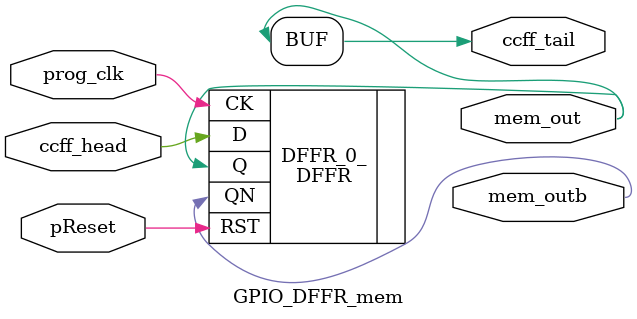
<source format=v>
`default_nettype none

module mux_2level_tapbuf_size4_mem(pReset,
                                   prog_clk,
                                   ccff_head,
                                   ccff_tail,
                                   mem_out,
                                   mem_outb);
//----- GLOBAL PORTS -----
input [0:0] pReset;
//----- GLOBAL PORTS -----
input [0:0] prog_clk;
//----- INPUT PORTS -----
input [0:0] ccff_head;
//----- OUTPUT PORTS -----
output [0:0] ccff_tail;
//----- OUTPUT PORTS -----
output [0:5] mem_out;
//----- OUTPUT PORTS -----
output [0:5] mem_outb;

//----- BEGIN wire-connection ports -----
//----- END wire-connection ports -----


//----- BEGIN Registered ports -----
//----- END Registered ports -----



// ----- BEGIN Local short connections -----
// ----- END Local short connections -----
// ----- BEGIN Local output short connections -----
	assign ccff_tail[0] = mem_out[5];
// ----- END Local output short connections -----

	DFFR DFFR_0_ (
		.RST(pReset),
		.CK(prog_clk),
		.D(ccff_head),
		.Q(mem_out[0]),
		.QN(mem_outb[0]));

	DFFR DFFR_1_ (
		.RST(pReset),
		.CK(prog_clk),
		.D(mem_out[0]),
		.Q(mem_out[1]),
		.QN(mem_outb[1]));

	DFFR DFFR_2_ (
		.RST(pReset),
		.CK(prog_clk),
		.D(mem_out[1]),
		.Q(mem_out[2]),
		.QN(mem_outb[2]));

	DFFR DFFR_3_ (
		.RST(pReset),
		.CK(prog_clk),
		.D(mem_out[2]),
		.Q(mem_out[3]),
		.QN(mem_outb[3]));

	DFFR DFFR_4_ (
		.RST(pReset),
		.CK(prog_clk),
		.D(mem_out[3]),
		.Q(mem_out[4]),
		.QN(mem_outb[4]));

	DFFR DFFR_5_ (
		.RST(pReset),
		.CK(prog_clk),
		.D(mem_out[4]),
		.Q(mem_out[5]),
		.QN(mem_outb[5]));

endmodule
// ----- END Verilog module for mux_2level_tapbuf_size4_mem -----

//----- Default net type -----
`default_nettype wire




//----- Default net type -----
`default_nettype none

// ----- Verilog module for mux_2level_tapbuf_size2_mem -----
module mux_2level_tapbuf_size2_mem(pReset,
                                   prog_clk,
                                   ccff_head,
                                   ccff_tail,
                                   mem_out,
                                   mem_outb);
//----- GLOBAL PORTS -----
input [0:0] pReset;
//----- GLOBAL PORTS -----
input [0:0] prog_clk;
//----- INPUT PORTS -----
input [0:0] ccff_head;
//----- OUTPUT PORTS -----
output [0:0] ccff_tail;
//----- OUTPUT PORTS -----
output [0:1] mem_out;
//----- OUTPUT PORTS -----
output [0:1] mem_outb;

//----- BEGIN wire-connection ports -----
//----- END wire-connection ports -----


//----- BEGIN Registered ports -----
//----- END Registered ports -----



// ----- BEGIN Local short connections -----
// ----- END Local short connections -----
// ----- BEGIN Local output short connections -----
	assign ccff_tail[0] = mem_out[1];
// ----- END Local output short connections -----

	DFFR DFFR_0_ (
		.RST(pReset),
		.CK(prog_clk),
		.D(ccff_head),
		.Q(mem_out[0]),
		.QN(mem_outb[0]));

	DFFR DFFR_1_ (
		.RST(pReset),
		.CK(prog_clk),
		.D(mem_out[0]),
		.Q(mem_out[1]),
		.QN(mem_outb[1]));

endmodule
// ----- END Verilog module for mux_2level_tapbuf_size2_mem -----

//----- Default net type -----
`default_nettype wire




//----- Default net type -----
`default_nettype none

// ----- Verilog module for mux_2level_tapbuf_size8_mem -----
module mux_2level_tapbuf_size8_mem(pReset,
                                   prog_clk,
                                   ccff_head,
                                   ccff_tail,
                                   mem_out,
                                   mem_outb);
//----- GLOBAL PORTS -----
input [0:0] pReset;
//----- GLOBAL PORTS -----
input [0:0] prog_clk;
//----- INPUT PORTS -----
input [0:0] ccff_head;
//----- OUTPUT PORTS -----
output [0:0] ccff_tail;
//----- OUTPUT PORTS -----
output [0:5] mem_out;
//----- OUTPUT PORTS -----
output [0:5] mem_outb;

//----- BEGIN wire-connection ports -----
//----- END wire-connection ports -----


//----- BEGIN Registered ports -----
//----- END Registered ports -----



// ----- BEGIN Local short connections -----
// ----- END Local short connections -----
// ----- BEGIN Local output short connections -----
	assign ccff_tail[0] = mem_out[5];
// ----- END Local output short connections -----

	DFFR DFFR_0_ (
		.RST(pReset),
		.CK(prog_clk),
		.D(ccff_head),
		.Q(mem_out[0]),
		.QN(mem_outb[0]));

	DFFR DFFR_1_ (
		.RST(pReset),
		.CK(prog_clk),
		.D(mem_out[0]),
		.Q(mem_out[1]),
		.QN(mem_outb[1]));

	DFFR DFFR_2_ (
		.RST(pReset),
		.CK(prog_clk),
		.D(mem_out[1]),
		.Q(mem_out[2]),
		.QN(mem_outb[2]));

	DFFR DFFR_3_ (
		.RST(pReset),
		.CK(prog_clk),
		.D(mem_out[2]),
		.Q(mem_out[3]),
		.QN(mem_outb[3]));

	DFFR DFFR_4_ (
		.RST(pReset),
		.CK(prog_clk),
		.D(mem_out[3]),
		.Q(mem_out[4]),
		.QN(mem_outb[4]));

	DFFR DFFR_5_ (
		.RST(pReset),
		.CK(prog_clk),
		.D(mem_out[4]),
		.Q(mem_out[5]),
		.QN(mem_outb[5]));

endmodule
// ----- END Verilog module for mux_2level_tapbuf_size8_mem -----

//----- Default net type -----
`default_nettype wire




//----- Default net type -----
`default_nettype none

// ----- Verilog module for mux_2level_tapbuf_size6_mem -----
module mux_2level_tapbuf_size6_mem(pReset,
                                   prog_clk,
                                   ccff_head,
                                   ccff_tail,
                                   mem_out,
                                   mem_outb);
//----- GLOBAL PORTS -----
input [0:0] pReset;
//----- GLOBAL PORTS -----
input [0:0] prog_clk;
//----- INPUT PORTS -----
input [0:0] ccff_head;
//----- OUTPUT PORTS -----
output [0:0] ccff_tail;
//----- OUTPUT PORTS -----
output [0:5] mem_out;
//----- OUTPUT PORTS -----
output [0:5] mem_outb;

//----- BEGIN wire-connection ports -----
//----- END wire-connection ports -----


//----- BEGIN Registered ports -----
//----- END Registered ports -----



// ----- BEGIN Local short connections -----
// ----- END Local short connections -----
// ----- BEGIN Local output short connections -----
	assign ccff_tail[0] = mem_out[5];
// ----- END Local output short connections -----

	DFFR DFFR_0_ (
		.RST(pReset),
		.CK(prog_clk),
		.D(ccff_head),
		.Q(mem_out[0]),
		.QN(mem_outb[0]));

	DFFR DFFR_1_ (
		.RST(pReset),
		.CK(prog_clk),
		.D(mem_out[0]),
		.Q(mem_out[1]),
		.QN(mem_outb[1]));

	DFFR DFFR_2_ (
		.RST(pReset),
		.CK(prog_clk),
		.D(mem_out[1]),
		.Q(mem_out[2]),
		.QN(mem_outb[2]));

	DFFR DFFR_3_ (
		.RST(pReset),
		.CK(prog_clk),
		.D(mem_out[2]),
		.Q(mem_out[3]),
		.QN(mem_outb[3]));

	DFFR DFFR_4_ (
		.RST(pReset),
		.CK(prog_clk),
		.D(mem_out[3]),
		.Q(mem_out[4]),
		.QN(mem_outb[4]));

	DFFR DFFR_5_ (
		.RST(pReset),
		.CK(prog_clk),
		.D(mem_out[4]),
		.Q(mem_out[5]),
		.QN(mem_outb[5]));

endmodule
// ----- END Verilog module for mux_2level_tapbuf_size6_mem -----

//----- Default net type -----
`default_nettype wire




//----- Default net type -----
`default_nettype none

// ----- Verilog module for mux_2level_tapbuf_size7_mem -----
module mux_2level_tapbuf_size7_mem(pReset,
                                   prog_clk,
                                   ccff_head,
                                   ccff_tail,
                                   mem_out,
                                   mem_outb);
//----- GLOBAL PORTS -----
input [0:0] pReset;
//----- GLOBAL PORTS -----
input [0:0] prog_clk;
//----- INPUT PORTS -----
input [0:0] ccff_head;
//----- OUTPUT PORTS -----
output [0:0] ccff_tail;
//----- OUTPUT PORTS -----
output [0:5] mem_out;
//----- OUTPUT PORTS -----
output [0:5] mem_outb;

//----- BEGIN wire-connection ports -----
//----- END wire-connection ports -----


//----- BEGIN Registered ports -----
//----- END Registered ports -----



// ----- BEGIN Local short connections -----
// ----- END Local short connections -----
// ----- BEGIN Local output short connections -----
	assign ccff_tail[0] = mem_out[5];
// ----- END Local output short connections -----

	DFFR DFFR_0_ (
		.RST(pReset),
		.CK(prog_clk),
		.D(ccff_head),
		.Q(mem_out[0]),
		.QN(mem_outb[0]));

	DFFR DFFR_1_ (
		.RST(pReset),
		.CK(prog_clk),
		.D(mem_out[0]),
		.Q(mem_out[1]),
		.QN(mem_outb[1]));

	DFFR DFFR_2_ (
		.RST(pReset),
		.CK(prog_clk),
		.D(mem_out[1]),
		.Q(mem_out[2]),
		.QN(mem_outb[2]));

	DFFR DFFR_3_ (
		.RST(pReset),
		.CK(prog_clk),
		.D(mem_out[2]),
		.Q(mem_out[3]),
		.QN(mem_outb[3]));

	DFFR DFFR_4_ (
		.RST(pReset),
		.CK(prog_clk),
		.D(mem_out[3]),
		.Q(mem_out[4]),
		.QN(mem_outb[4]));

	DFFR DFFR_5_ (
		.RST(pReset),
		.CK(prog_clk),
		.D(mem_out[4]),
		.Q(mem_out[5]),
		.QN(mem_outb[5]));

endmodule
// ----- END Verilog module for mux_2level_tapbuf_size7_mem -----

//----- Default net type -----
`default_nettype wire




//----- Default net type -----
`default_nettype none

// ----- Verilog module for mux_2level_tapbuf_size9_mem -----
module mux_2level_tapbuf_size9_mem(pReset,
                                   prog_clk,
                                   ccff_head,
                                   ccff_tail,
                                   mem_out,
                                   mem_outb);
//----- GLOBAL PORTS -----
input [0:0] pReset;
//----- GLOBAL PORTS -----
input [0:0] prog_clk;
//----- INPUT PORTS -----
input [0:0] ccff_head;
//----- OUTPUT PORTS -----
output [0:0] ccff_tail;
//----- OUTPUT PORTS -----
output [0:7] mem_out;
//----- OUTPUT PORTS -----
output [0:7] mem_outb;

//----- BEGIN wire-connection ports -----
//----- END wire-connection ports -----


//----- BEGIN Registered ports -----
//----- END Registered ports -----



// ----- BEGIN Local short connections -----
// ----- END Local short connections -----
// ----- BEGIN Local output short connections -----
	assign ccff_tail[0] = mem_out[7];
// ----- END Local output short connections -----

	DFFR DFFR_0_ (
		.RST(pReset),
		.CK(prog_clk),
		.D(ccff_head),
		.Q(mem_out[0]),
		.QN(mem_outb[0]));

	DFFR DFFR_1_ (
		.RST(pReset),
		.CK(prog_clk),
		.D(mem_out[0]),
		.Q(mem_out[1]),
		.QN(mem_outb[1]));

	DFFR DFFR_2_ (
		.RST(pReset),
		.CK(prog_clk),
		.D(mem_out[1]),
		.Q(mem_out[2]),
		.QN(mem_outb[2]));

	DFFR DFFR_3_ (
		.RST(pReset),
		.CK(prog_clk),
		.D(mem_out[2]),
		.Q(mem_out[3]),
		.QN(mem_outb[3]));

	DFFR DFFR_4_ (
		.RST(pReset),
		.CK(prog_clk),
		.D(mem_out[3]),
		.Q(mem_out[4]),
		.QN(mem_outb[4]));

	DFFR DFFR_5_ (
		.RST(pReset),
		.CK(prog_clk),
		.D(mem_out[4]),
		.Q(mem_out[5]),
		.QN(mem_outb[5]));

	DFFR DFFR_6_ (
		.RST(pReset),
		.CK(prog_clk),
		.D(mem_out[5]),
		.Q(mem_out[6]),
		.QN(mem_outb[6]));

	DFFR DFFR_7_ (
		.RST(pReset),
		.CK(prog_clk),
		.D(mem_out[6]),
		.Q(mem_out[7]),
		.QN(mem_outb[7]));

endmodule
// ----- END Verilog module for mux_2level_tapbuf_size9_mem -----

//----- Default net type -----
`default_nettype wire




//----- Default net type -----
`default_nettype none

// ----- Verilog module for mux_2level_tapbuf_size3_mem -----
module mux_2level_tapbuf_size3_mem(pReset,
                                   prog_clk,
                                   ccff_head,
                                   ccff_tail,
                                   mem_out,
                                   mem_outb);
//----- GLOBAL PORTS -----
input [0:0] pReset;
//----- GLOBAL PORTS -----
input [0:0] prog_clk;
//----- INPUT PORTS -----
input [0:0] ccff_head;
//----- OUTPUT PORTS -----
output [0:0] ccff_tail;
//----- OUTPUT PORTS -----
output [0:1] mem_out;
//----- OUTPUT PORTS -----
output [0:1] mem_outb;

//----- BEGIN wire-connection ports -----
//----- END wire-connection ports -----


//----- BEGIN Registered ports -----
//----- END Registered ports -----



// ----- BEGIN Local short connections -----
// ----- END Local short connections -----
// ----- BEGIN Local output short connections -----
	assign ccff_tail[0] = mem_out[1];
// ----- END Local output short connections -----

	DFFR DFFR_0_ (
		.RST(pReset),
		.CK(prog_clk),
		.D(ccff_head),
		.Q(mem_out[0]),
		.QN(mem_outb[0]));

	DFFR DFFR_1_ (
		.RST(pReset),
		.CK(prog_clk),
		.D(mem_out[0]),
		.Q(mem_out[1]),
		.QN(mem_outb[1]));

endmodule
// ----- END Verilog module for mux_2level_tapbuf_size3_mem -----

//----- Default net type -----
`default_nettype wire




//----- Default net type -----
`default_nettype none

// ----- Verilog module for mux_2level_tapbuf_size10_mem -----
module mux_2level_tapbuf_size10_mem(pReset,
                                    prog_clk,
                                    ccff_head,
                                    ccff_tail,
                                    mem_out,
                                    mem_outb);
//----- GLOBAL PORTS -----
input [0:0] pReset;
//----- GLOBAL PORTS -----
input [0:0] prog_clk;
//----- INPUT PORTS -----
input [0:0] ccff_head;
//----- OUTPUT PORTS -----
output [0:0] ccff_tail;
//----- OUTPUT PORTS -----
output [0:7] mem_out;
//----- OUTPUT PORTS -----
output [0:7] mem_outb;

//----- BEGIN wire-connection ports -----
//----- END wire-connection ports -----


//----- BEGIN Registered ports -----
//----- END Registered ports -----



// ----- BEGIN Local short connections -----
// ----- END Local short connections -----
// ----- BEGIN Local output short connections -----
	assign ccff_tail[0] = mem_out[7];
// ----- END Local output short connections -----

	DFFR DFFR_0_ (
		.RST(pReset),
		.CK(prog_clk),
		.D(ccff_head),
		.Q(mem_out[0]),
		.QN(mem_outb[0]));

	DFFR DFFR_1_ (
		.RST(pReset),
		.CK(prog_clk),
		.D(mem_out[0]),
		.Q(mem_out[1]),
		.QN(mem_outb[1]));

	DFFR DFFR_2_ (
		.RST(pReset),
		.CK(prog_clk),
		.D(mem_out[1]),
		.Q(mem_out[2]),
		.QN(mem_outb[2]));

	DFFR DFFR_3_ (
		.RST(pReset),
		.CK(prog_clk),
		.D(mem_out[2]),
		.Q(mem_out[3]),
		.QN(mem_outb[3]));

	DFFR DFFR_4_ (
		.RST(pReset),
		.CK(prog_clk),
		.D(mem_out[3]),
		.Q(mem_out[4]),
		.QN(mem_outb[4]));

	DFFR DFFR_5_ (
		.RST(pReset),
		.CK(prog_clk),
		.D(mem_out[4]),
		.Q(mem_out[5]),
		.QN(mem_outb[5]));

	DFFR DFFR_6_ (
		.RST(pReset),
		.CK(prog_clk),
		.D(mem_out[5]),
		.Q(mem_out[6]),
		.QN(mem_outb[6]));

	DFFR DFFR_7_ (
		.RST(pReset),
		.CK(prog_clk),
		.D(mem_out[6]),
		.Q(mem_out[7]),
		.QN(mem_outb[7]));

endmodule
// ----- END Verilog module for mux_2level_tapbuf_size10_mem -----

//----- Default net type -----
`default_nettype wire




//----- Default net type -----
`default_nettype none

// ----- Verilog module for mux_2level_tapbuf_size5_mem -----
module mux_2level_tapbuf_size5_mem(pReset,
                                   prog_clk,
                                   ccff_head,
                                   ccff_tail,
                                   mem_out,
                                   mem_outb);
//----- GLOBAL PORTS -----
input [0:0] pReset;
//----- GLOBAL PORTS -----
input [0:0] prog_clk;
//----- INPUT PORTS -----
input [0:0] ccff_head;
//----- OUTPUT PORTS -----
output [0:0] ccff_tail;
//----- OUTPUT PORTS -----
output [0:5] mem_out;
//----- OUTPUT PORTS -----
output [0:5] mem_outb;

//----- BEGIN wire-connection ports -----
//----- END wire-connection ports -----


//----- BEGIN Registered ports -----
//----- END Registered ports -----



// ----- BEGIN Local short connections -----
// ----- END Local short connections -----
// ----- BEGIN Local output short connections -----
	assign ccff_tail[0] = mem_out[5];
// ----- END Local output short connections -----

	DFFR DFFR_0_ (
		.RST(pReset),
		.CK(prog_clk),
		.D(ccff_head),
		.Q(mem_out[0]),
		.QN(mem_outb[0]));

	DFFR DFFR_1_ (
		.RST(pReset),
		.CK(prog_clk),
		.D(mem_out[0]),
		.Q(mem_out[1]),
		.QN(mem_outb[1]));

	DFFR DFFR_2_ (
		.RST(pReset),
		.CK(prog_clk),
		.D(mem_out[1]),
		.Q(mem_out[2]),
		.QN(mem_outb[2]));

	DFFR DFFR_3_ (
		.RST(pReset),
		.CK(prog_clk),
		.D(mem_out[2]),
		.Q(mem_out[3]),
		.QN(mem_outb[3]));

	DFFR DFFR_4_ (
		.RST(pReset),
		.CK(prog_clk),
		.D(mem_out[3]),
		.Q(mem_out[4]),
		.QN(mem_outb[4]));

	DFFR DFFR_5_ (
		.RST(pReset),
		.CK(prog_clk),
		.D(mem_out[4]),
		.Q(mem_out[5]),
		.QN(mem_outb[5]));

endmodule
// ----- END Verilog module for mux_2level_tapbuf_size5_mem -----

//----- Default net type -----
`default_nettype wire




//----- Default net type -----
`default_nettype none

// ----- Verilog module for mux_2level_size50_mem -----
module mux_2level_size50_mem(pReset,
                             prog_clk,
                             ccff_head,
                             ccff_tail,
                             mem_out,
                             mem_outb);
//----- GLOBAL PORTS -----
input [0:0] pReset;
//----- GLOBAL PORTS -----
input [0:0] prog_clk;
//----- INPUT PORTS -----
input [0:0] ccff_head;
//----- OUTPUT PORTS -----
output [0:0] ccff_tail;
//----- OUTPUT PORTS -----
output [0:15] mem_out;
//----- OUTPUT PORTS -----
output [0:15] mem_outb;

//----- BEGIN wire-connection ports -----
//----- END wire-connection ports -----


//----- BEGIN Registered ports -----
//----- END Registered ports -----



// ----- BEGIN Local short connections -----
// ----- END Local short connections -----
// ----- BEGIN Local output short connections -----
	assign ccff_tail[0] = mem_out[15];
// ----- END Local output short connections -----

	DFFR DFFR_0_ (
		.RST(pReset),
		.CK(prog_clk),
		.D(ccff_head),
		.Q(mem_out[0]),
		.QN(mem_outb[0]));

	DFFR DFFR_1_ (
		.RST(pReset),
		.CK(prog_clk),
		.D(mem_out[0]),
		.Q(mem_out[1]),
		.QN(mem_outb[1]));

	DFFR DFFR_2_ (
		.RST(pReset),
		.CK(prog_clk),
		.D(mem_out[1]),
		.Q(mem_out[2]),
		.QN(mem_outb[2]));

	DFFR DFFR_3_ (
		.RST(pReset),
		.CK(prog_clk),
		.D(mem_out[2]),
		.Q(mem_out[3]),
		.QN(mem_outb[3]));

	DFFR DFFR_4_ (
		.RST(pReset),
		.CK(prog_clk),
		.D(mem_out[3]),
		.Q(mem_out[4]),
		.QN(mem_outb[4]));

	DFFR DFFR_5_ (
		.RST(pReset),
		.CK(prog_clk),
		.D(mem_out[4]),
		.Q(mem_out[5]),
		.QN(mem_outb[5]));

	DFFR DFFR_6_ (
		.RST(pReset),
		.CK(prog_clk),
		.D(mem_out[5]),
		.Q(mem_out[6]),
		.QN(mem_outb[6]));

	DFFR DFFR_7_ (
		.RST(pReset),
		.CK(prog_clk),
		.D(mem_out[6]),
		.Q(mem_out[7]),
		.QN(mem_outb[7]));

	DFFR DFFR_8_ (
		.RST(pReset),
		.CK(prog_clk),
		.D(mem_out[7]),
		.Q(mem_out[8]),
		.QN(mem_outb[8]));

	DFFR DFFR_9_ (
		.RST(pReset),
		.CK(prog_clk),
		.D(mem_out[8]),
		.Q(mem_out[9]),
		.QN(mem_outb[9]));

	DFFR DFFR_10_ (
		.RST(pReset),
		.CK(prog_clk),
		.D(mem_out[9]),
		.Q(mem_out[10]),
		.QN(mem_outb[10]));

	DFFR DFFR_11_ (
		.RST(pReset),
		.CK(prog_clk),
		.D(mem_out[10]),
		.Q(mem_out[11]),
		.QN(mem_outb[11]));

	DFFR DFFR_12_ (
		.RST(pReset),
		.CK(prog_clk),
		.D(mem_out[11]),
		.Q(mem_out[12]),
		.QN(mem_outb[12]));

	DFFR DFFR_13_ (
		.RST(pReset),
		.CK(prog_clk),
		.D(mem_out[12]),
		.Q(mem_out[13]),
		.QN(mem_outb[13]));

	DFFR DFFR_14_ (
		.RST(pReset),
		.CK(prog_clk),
		.D(mem_out[13]),
		.Q(mem_out[14]),
		.QN(mem_outb[14]));

	DFFR DFFR_15_ (
		.RST(pReset),
		.CK(prog_clk),
		.D(mem_out[14]),
		.Q(mem_out[15]),
		.QN(mem_outb[15]));

endmodule
// ----- END Verilog module for mux_2level_size50_mem -----

//----- Default net type -----
`default_nettype wire




//----- Default net type -----
`default_nettype none

// ----- Verilog module for mux_1level_tapbuf_size2_mem -----
module mux_1level_tapbuf_size2_mem(pReset,
                                   prog_clk,
                                   ccff_head,
                                   ccff_tail,
                                   mem_out,
                                   mem_outb);
//----- GLOBAL PORTS -----
input [0:0] pReset;
//----- GLOBAL PORTS -----
input [0:0] prog_clk;
//----- INPUT PORTS -----
input [0:0] ccff_head;
//----- OUTPUT PORTS -----
output [0:0] ccff_tail;
//----- OUTPUT PORTS -----
output [0:2] mem_out;
//----- OUTPUT PORTS -----
output [0:2] mem_outb;

//----- BEGIN wire-connection ports -----
//----- END wire-connection ports -----


//----- BEGIN Registered ports -----
//----- END Registered ports -----



// ----- BEGIN Local short connections -----
// ----- END Local short connections -----
// ----- BEGIN Local output short connections -----
	assign ccff_tail[0] = mem_out[2];
// ----- END Local output short connections -----

	DFFR DFFR_0_ (
		.RST(pReset),
		.CK(prog_clk),
		.D(ccff_head),
		.Q(mem_out[0]),
		.QN(mem_outb[0]));

	DFFR DFFR_1_ (
		.RST(pReset),
		.CK(prog_clk),
		.D(mem_out[0]),
		.Q(mem_out[1]),
		.QN(mem_outb[1]));

	DFFR DFFR_2_ (
		.RST(pReset),
		.CK(prog_clk),
		.D(mem_out[1]),
		.Q(mem_out[2]),
		.QN(mem_outb[2]));

endmodule
// ----- END Verilog module for mux_1level_tapbuf_size2_mem -----

//----- Default net type -----
`default_nettype wire




//----- Default net type -----
`default_nettype none

// ----- Verilog module for lut6_DFFR_mem -----
module lut6_DFFR_mem(pReset,
                     prog_clk,
                     ccff_head,
                     ccff_tail,
                     mem_out,
                     mem_outb);
//----- GLOBAL PORTS -----
input [0:0] pReset;
//----- GLOBAL PORTS -----
input [0:0] prog_clk;
//----- INPUT PORTS -----
input [0:0] ccff_head;
//----- OUTPUT PORTS -----
output [0:0] ccff_tail;
//----- OUTPUT PORTS -----
output [0:63] mem_out;
//----- OUTPUT PORTS -----
output [0:63] mem_outb;

//----- BEGIN wire-connection ports -----
//----- END wire-connection ports -----


//----- BEGIN Registered ports -----
//----- END Registered ports -----



// ----- BEGIN Local short connections -----
// ----- END Local short connections -----
// ----- BEGIN Local output short connections -----
	assign ccff_tail[0] = mem_out[63];
// ----- END Local output short connections -----

	DFFR DFFR_0_ (
		.RST(pReset),
		.CK(prog_clk),
		.D(ccff_head),
		.Q(mem_out[0]),
		.QN(mem_outb[0]));

	DFFR DFFR_1_ (
		.RST(pReset),
		.CK(prog_clk),
		.D(mem_out[0]),
		.Q(mem_out[1]),
		.QN(mem_outb[1]));

	DFFR DFFR_2_ (
		.RST(pReset),
		.CK(prog_clk),
		.D(mem_out[1]),
		.Q(mem_out[2]),
		.QN(mem_outb[2]));

	DFFR DFFR_3_ (
		.RST(pReset),
		.CK(prog_clk),
		.D(mem_out[2]),
		.Q(mem_out[3]),
		.QN(mem_outb[3]));

	DFFR DFFR_4_ (
		.RST(pReset),
		.CK(prog_clk),
		.D(mem_out[3]),
		.Q(mem_out[4]),
		.QN(mem_outb[4]));

	DFFR DFFR_5_ (
		.RST(pReset),
		.CK(prog_clk),
		.D(mem_out[4]),
		.Q(mem_out[5]),
		.QN(mem_outb[5]));

	DFFR DFFR_6_ (
		.RST(pReset),
		.CK(prog_clk),
		.D(mem_out[5]),
		.Q(mem_out[6]),
		.QN(mem_outb[6]));

	DFFR DFFR_7_ (
		.RST(pReset),
		.CK(prog_clk),
		.D(mem_out[6]),
		.Q(mem_out[7]),
		.QN(mem_outb[7]));

	DFFR DFFR_8_ (
		.RST(pReset),
		.CK(prog_clk),
		.D(mem_out[7]),
		.Q(mem_out[8]),
		.QN(mem_outb[8]));

	DFFR DFFR_9_ (
		.RST(pReset),
		.CK(prog_clk),
		.D(mem_out[8]),
		.Q(mem_out[9]),
		.QN(mem_outb[9]));

	DFFR DFFR_10_ (
		.RST(pReset),
		.CK(prog_clk),
		.D(mem_out[9]),
		.Q(mem_out[10]),
		.QN(mem_outb[10]));

	DFFR DFFR_11_ (
		.RST(pReset),
		.CK(prog_clk),
		.D(mem_out[10]),
		.Q(mem_out[11]),
		.QN(mem_outb[11]));

	DFFR DFFR_12_ (
		.RST(pReset),
		.CK(prog_clk),
		.D(mem_out[11]),
		.Q(mem_out[12]),
		.QN(mem_outb[12]));

	DFFR DFFR_13_ (
		.RST(pReset),
		.CK(prog_clk),
		.D(mem_out[12]),
		.Q(mem_out[13]),
		.QN(mem_outb[13]));

	DFFR DFFR_14_ (
		.RST(pReset),
		.CK(prog_clk),
		.D(mem_out[13]),
		.Q(mem_out[14]),
		.QN(mem_outb[14]));

	DFFR DFFR_15_ (
		.RST(pReset),
		.CK(prog_clk),
		.D(mem_out[14]),
		.Q(mem_out[15]),
		.QN(mem_outb[15]));

	DFFR DFFR_16_ (
		.RST(pReset),
		.CK(prog_clk),
		.D(mem_out[15]),
		.Q(mem_out[16]),
		.QN(mem_outb[16]));

	DFFR DFFR_17_ (
		.RST(pReset),
		.CK(prog_clk),
		.D(mem_out[16]),
		.Q(mem_out[17]),
		.QN(mem_outb[17]));

	DFFR DFFR_18_ (
		.RST(pReset),
		.CK(prog_clk),
		.D(mem_out[17]),
		.Q(mem_out[18]),
		.QN(mem_outb[18]));

	DFFR DFFR_19_ (
		.RST(pReset),
		.CK(prog_clk),
		.D(mem_out[18]),
		.Q(mem_out[19]),
		.QN(mem_outb[19]));

	DFFR DFFR_20_ (
		.RST(pReset),
		.CK(prog_clk),
		.D(mem_out[19]),
		.Q(mem_out[20]),
		.QN(mem_outb[20]));

	DFFR DFFR_21_ (
		.RST(pReset),
		.CK(prog_clk),
		.D(mem_out[20]),
		.Q(mem_out[21]),
		.QN(mem_outb[21]));

	DFFR DFFR_22_ (
		.RST(pReset),
		.CK(prog_clk),
		.D(mem_out[21]),
		.Q(mem_out[22]),
		.QN(mem_outb[22]));

	DFFR DFFR_23_ (
		.RST(pReset),
		.CK(prog_clk),
		.D(mem_out[22]),
		.Q(mem_out[23]),
		.QN(mem_outb[23]));

	DFFR DFFR_24_ (
		.RST(pReset),
		.CK(prog_clk),
		.D(mem_out[23]),
		.Q(mem_out[24]),
		.QN(mem_outb[24]));

	DFFR DFFR_25_ (
		.RST(pReset),
		.CK(prog_clk),
		.D(mem_out[24]),
		.Q(mem_out[25]),
		.QN(mem_outb[25]));

	DFFR DFFR_26_ (
		.RST(pReset),
		.CK(prog_clk),
		.D(mem_out[25]),
		.Q(mem_out[26]),
		.QN(mem_outb[26]));

	DFFR DFFR_27_ (
		.RST(pReset),
		.CK(prog_clk),
		.D(mem_out[26]),
		.Q(mem_out[27]),
		.QN(mem_outb[27]));

	DFFR DFFR_28_ (
		.RST(pReset),
		.CK(prog_clk),
		.D(mem_out[27]),
		.Q(mem_out[28]),
		.QN(mem_outb[28]));

	DFFR DFFR_29_ (
		.RST(pReset),
		.CK(prog_clk),
		.D(mem_out[28]),
		.Q(mem_out[29]),
		.QN(mem_outb[29]));

	DFFR DFFR_30_ (
		.RST(pReset),
		.CK(prog_clk),
		.D(mem_out[29]),
		.Q(mem_out[30]),
		.QN(mem_outb[30]));

	DFFR DFFR_31_ (
		.RST(pReset),
		.CK(prog_clk),
		.D(mem_out[30]),
		.Q(mem_out[31]),
		.QN(mem_outb[31]));

	DFFR DFFR_32_ (
		.RST(pReset),
		.CK(prog_clk),
		.D(mem_out[31]),
		.Q(mem_out[32]),
		.QN(mem_outb[32]));

	DFFR DFFR_33_ (
		.RST(pReset),
		.CK(prog_clk),
		.D(mem_out[32]),
		.Q(mem_out[33]),
		.QN(mem_outb[33]));

	DFFR DFFR_34_ (
		.RST(pReset),
		.CK(prog_clk),
		.D(mem_out[33]),
		.Q(mem_out[34]),
		.QN(mem_outb[34]));

	DFFR DFFR_35_ (
		.RST(pReset),
		.CK(prog_clk),
		.D(mem_out[34]),
		.Q(mem_out[35]),
		.QN(mem_outb[35]));

	DFFR DFFR_36_ (
		.RST(pReset),
		.CK(prog_clk),
		.D(mem_out[35]),
		.Q(mem_out[36]),
		.QN(mem_outb[36]));

	DFFR DFFR_37_ (
		.RST(pReset),
		.CK(prog_clk),
		.D(mem_out[36]),
		.Q(mem_out[37]),
		.QN(mem_outb[37]));

	DFFR DFFR_38_ (
		.RST(pReset),
		.CK(prog_clk),
		.D(mem_out[37]),
		.Q(mem_out[38]),
		.QN(mem_outb[38]));

	DFFR DFFR_39_ (
		.RST(pReset),
		.CK(prog_clk),
		.D(mem_out[38]),
		.Q(mem_out[39]),
		.QN(mem_outb[39]));

	DFFR DFFR_40_ (
		.RST(pReset),
		.CK(prog_clk),
		.D(mem_out[39]),
		.Q(mem_out[40]),
		.QN(mem_outb[40]));

	DFFR DFFR_41_ (
		.RST(pReset),
		.CK(prog_clk),
		.D(mem_out[40]),
		.Q(mem_out[41]),
		.QN(mem_outb[41]));

	DFFR DFFR_42_ (
		.RST(pReset),
		.CK(prog_clk),
		.D(mem_out[41]),
		.Q(mem_out[42]),
		.QN(mem_outb[42]));

	DFFR DFFR_43_ (
		.RST(pReset),
		.CK(prog_clk),
		.D(mem_out[42]),
		.Q(mem_out[43]),
		.QN(mem_outb[43]));

	DFFR DFFR_44_ (
		.RST(pReset),
		.CK(prog_clk),
		.D(mem_out[43]),
		.Q(mem_out[44]),
		.QN(mem_outb[44]));

	DFFR DFFR_45_ (
		.RST(pReset),
		.CK(prog_clk),
		.D(mem_out[44]),
		.Q(mem_out[45]),
		.QN(mem_outb[45]));

	DFFR DFFR_46_ (
		.RST(pReset),
		.CK(prog_clk),
		.D(mem_out[45]),
		.Q(mem_out[46]),
		.QN(mem_outb[46]));

	DFFR DFFR_47_ (
		.RST(pReset),
		.CK(prog_clk),
		.D(mem_out[46]),
		.Q(mem_out[47]),
		.QN(mem_outb[47]));

	DFFR DFFR_48_ (
		.RST(pReset),
		.CK(prog_clk),
		.D(mem_out[47]),
		.Q(mem_out[48]),
		.QN(mem_outb[48]));

	DFFR DFFR_49_ (
		.RST(pReset),
		.CK(prog_clk),
		.D(mem_out[48]),
		.Q(mem_out[49]),
		.QN(mem_outb[49]));

	DFFR DFFR_50_ (
		.RST(pReset),
		.CK(prog_clk),
		.D(mem_out[49]),
		.Q(mem_out[50]),
		.QN(mem_outb[50]));

	DFFR DFFR_51_ (
		.RST(pReset),
		.CK(prog_clk),
		.D(mem_out[50]),
		.Q(mem_out[51]),
		.QN(mem_outb[51]));

	DFFR DFFR_52_ (
		.RST(pReset),
		.CK(prog_clk),
		.D(mem_out[51]),
		.Q(mem_out[52]),
		.QN(mem_outb[52]));

	DFFR DFFR_53_ (
		.RST(pReset),
		.CK(prog_clk),
		.D(mem_out[52]),
		.Q(mem_out[53]),
		.QN(mem_outb[53]));

	DFFR DFFR_54_ (
		.RST(pReset),
		.CK(prog_clk),
		.D(mem_out[53]),
		.Q(mem_out[54]),
		.QN(mem_outb[54]));

	DFFR DFFR_55_ (
		.RST(pReset),
		.CK(prog_clk),
		.D(mem_out[54]),
		.Q(mem_out[55]),
		.QN(mem_outb[55]));

	DFFR DFFR_56_ (
		.RST(pReset),
		.CK(prog_clk),
		.D(mem_out[55]),
		.Q(mem_out[56]),
		.QN(mem_outb[56]));

	DFFR DFFR_57_ (
		.RST(pReset),
		.CK(prog_clk),
		.D(mem_out[56]),
		.Q(mem_out[57]),
		.QN(mem_outb[57]));

	DFFR DFFR_58_ (
		.RST(pReset),
		.CK(prog_clk),
		.D(mem_out[57]),
		.Q(mem_out[58]),
		.QN(mem_outb[58]));

	DFFR DFFR_59_ (
		.RST(pReset),
		.CK(prog_clk),
		.D(mem_out[58]),
		.Q(mem_out[59]),
		.QN(mem_outb[59]));

	DFFR DFFR_60_ (
		.RST(pReset),
		.CK(prog_clk),
		.D(mem_out[59]),
		.Q(mem_out[60]),
		.QN(mem_outb[60]));

	DFFR DFFR_61_ (
		.RST(pReset),
		.CK(prog_clk),
		.D(mem_out[60]),
		.Q(mem_out[61]),
		.QN(mem_outb[61]));

	DFFR DFFR_62_ (
		.RST(pReset),
		.CK(prog_clk),
		.D(mem_out[61]),
		.Q(mem_out[62]),
		.QN(mem_outb[62]));

	DFFR DFFR_63_ (
		.RST(pReset),
		.CK(prog_clk),
		.D(mem_out[62]),
		.Q(mem_out[63]),
		.QN(mem_outb[63]));

endmodule
// ----- END Verilog module for lut6_DFFR_mem -----

//----- Default net type -----
`default_nettype wire




//----- Default net type -----
`default_nettype none

// ----- Verilog module for GPIO_DFFR_mem -----
module GPIO_DFFR_mem(pReset,
                     prog_clk,
                     ccff_head,
                     ccff_tail,
                     mem_out,
                     mem_outb);
//----- GLOBAL PORTS -----
input [0:0] pReset;
//----- GLOBAL PORTS -----
input [0:0] prog_clk;
//----- INPUT PORTS -----
input [0:0] ccff_head;
//----- OUTPUT PORTS -----
output [0:0] ccff_tail;
//----- OUTPUT PORTS -----
output [0:0] mem_out;
//----- OUTPUT PORTS -----
output [0:0] mem_outb;

//----- BEGIN wire-connection ports -----
//----- END wire-connection ports -----


//----- BEGIN Registered ports -----
//----- END Registered ports -----



// ----- BEGIN Local short connections -----
// ----- END Local short connections -----
// ----- BEGIN Local output short connections -----
	assign ccff_tail[0] = mem_out[0];
// ----- END Local output short connections -----

	DFFR DFFR_0_ (
		.RST(pReset),
		.CK(prog_clk),
		.D(ccff_head),
		.Q(mem_out),
		.QN(mem_outb));

endmodule
// ----- END Verilog module for GPIO_DFFR_mem -----

//----- Default net type -----
`default_nettype wire





</source>
